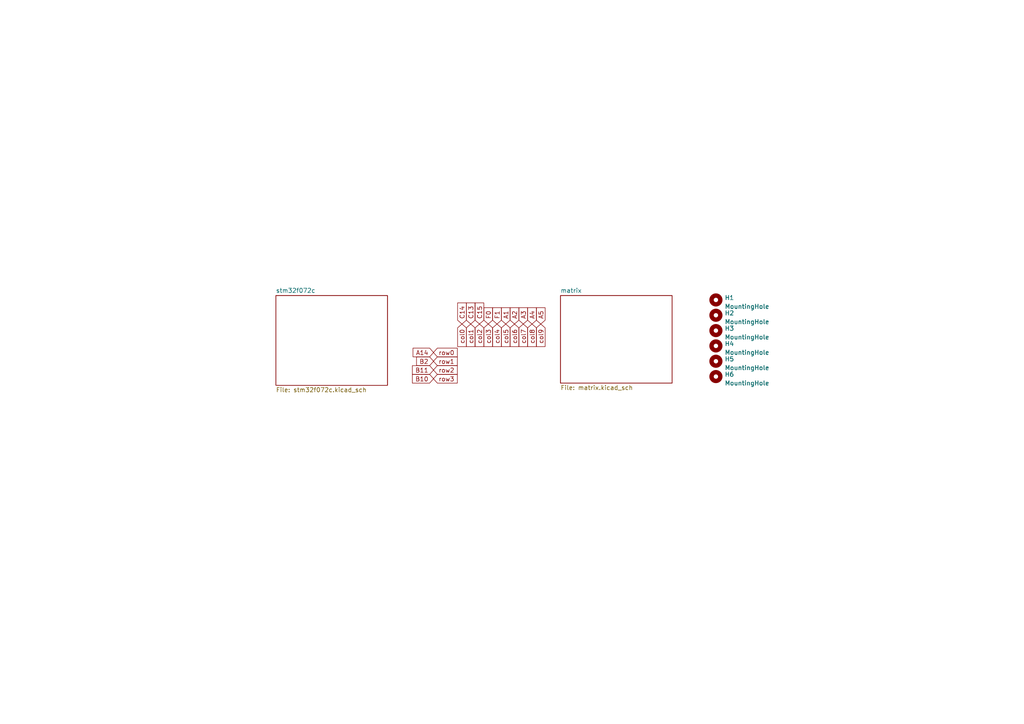
<source format=kicad_sch>
(kicad_sch (version 20230121) (generator eeschema)

  (uuid bcf08c00-9729-48c6-a1d1-fd61a92f814c)

  (paper "A4")

  (lib_symbols
    (symbol "Mechanical:MountingHole" (pin_names (offset 1.016)) (in_bom yes) (on_board yes)
      (property "Reference" "H" (at 0 5.08 0)
        (effects (font (size 1.27 1.27)))
      )
      (property "Value" "MountingHole" (at 0 3.175 0)
        (effects (font (size 1.27 1.27)))
      )
      (property "Footprint" "" (at 0 0 0)
        (effects (font (size 1.27 1.27)) hide)
      )
      (property "Datasheet" "~" (at 0 0 0)
        (effects (font (size 1.27 1.27)) hide)
      )
      (property "ki_keywords" "mounting hole" (at 0 0 0)
        (effects (font (size 1.27 1.27)) hide)
      )
      (property "ki_description" "Mounting Hole without connection" (at 0 0 0)
        (effects (font (size 1.27 1.27)) hide)
      )
      (property "ki_fp_filters" "MountingHole*" (at 0 0 0)
        (effects (font (size 1.27 1.27)) hide)
      )
      (symbol "MountingHole_0_1"
        (circle (center 0 0) (radius 1.27)
          (stroke (width 1.27) (type default))
          (fill (type none))
        )
      )
    )
  )


  (global_label "row3" (shape input) (at 125.73 109.855 0) (fields_autoplaced)
    (effects (font (size 1.27 1.27)) (justify left))
    (uuid 017ca916-2fc5-4808-ba24-df5618fbd40e)
    (property "Intersheetrefs" "${INTERSHEET_REFS}" (at 133.1904 109.855 0)
      (effects (font (size 1.27 1.27)) (justify left) hide)
    )
  )
  (global_label "col0" (shape input) (at 133.985 93.98 270) (fields_autoplaced)
    (effects (font (size 1.27 1.27)) (justify right))
    (uuid 07b6bdc9-f13b-4412-b29c-13e041520dc6)
    (property "Intersheetrefs" "${INTERSHEET_REFS}" (at 133.985 101.0775 90)
      (effects (font (size 1.27 1.27)) (justify right) hide)
    )
  )
  (global_label "B11" (shape input) (at 125.73 107.315 180) (fields_autoplaced)
    (effects (font (size 1.27 1.27)) (justify right))
    (uuid 0d52a319-32d2-48d7-90ba-ee6f094d4181)
    (property "Intersheetrefs" "${INTERSHEET_REFS}" (at 119.0558 107.315 0)
      (effects (font (size 1.27 1.27)) (justify right) hide)
    )
  )
  (global_label "B2" (shape input) (at 125.73 104.775 180) (fields_autoplaced)
    (effects (font (size 1.27 1.27)) (justify right))
    (uuid 11ab6ad9-7098-4ef0-8f3c-ff538a1dde08)
    (property "Intersheetrefs" "${INTERSHEET_REFS}" (at 120.2653 104.775 0)
      (effects (font (size 1.27 1.27)) (justify right) hide)
    )
  )
  (global_label "A14" (shape input) (at 125.73 102.235 180) (fields_autoplaced)
    (effects (font (size 1.27 1.27)) (justify right))
    (uuid 18edb380-3acd-4fdb-a7b0-5aefdf6a6ca1)
    (property "Intersheetrefs" "${INTERSHEET_REFS}" (at 119.2372 102.235 0)
      (effects (font (size 1.27 1.27)) (justify right) hide)
    )
  )
  (global_label "A1" (shape input) (at 146.685 93.98 90) (fields_autoplaced)
    (effects (font (size 1.27 1.27)) (justify left))
    (uuid 2477a311-f0d5-45e6-bb50-7c14be0e3458)
    (property "Intersheetrefs" "${INTERSHEET_REFS}" (at 146.685 88.6967 90)
      (effects (font (size 1.27 1.27)) (justify left) hide)
    )
  )
  (global_label "row2" (shape input) (at 125.73 107.315 0) (fields_autoplaced)
    (effects (font (size 1.27 1.27)) (justify left))
    (uuid 415cc689-0439-4b2e-915c-867b6f414c2f)
    (property "Intersheetrefs" "${INTERSHEET_REFS}" (at 133.1904 107.315 0)
      (effects (font (size 1.27 1.27)) (justify left) hide)
    )
  )
  (global_label "C15" (shape input) (at 139.065 93.98 90) (fields_autoplaced)
    (effects (font (size 1.27 1.27)) (justify left))
    (uuid 4a1bbe15-979c-4f06-b22d-80a30a36536d)
    (property "Intersheetrefs" "${INTERSHEET_REFS}" (at 139.065 87.3058 90)
      (effects (font (size 1.27 1.27)) (justify left) hide)
    )
  )
  (global_label "row1" (shape input) (at 125.73 104.775 0) (fields_autoplaced)
    (effects (font (size 1.27 1.27)) (justify left))
    (uuid 58e780a7-5121-40d3-97c2-e536e13a5b7f)
    (property "Intersheetrefs" "${INTERSHEET_REFS}" (at 133.1904 104.775 0)
      (effects (font (size 1.27 1.27)) (justify left) hide)
    )
  )
  (global_label "col6" (shape input) (at 149.225 93.98 270) (fields_autoplaced)
    (effects (font (size 1.27 1.27)) (justify right))
    (uuid 5a536fac-da6d-46ce-aa01-df5ea0bacc9e)
    (property "Intersheetrefs" "${INTERSHEET_REFS}" (at 149.225 101.0775 90)
      (effects (font (size 1.27 1.27)) (justify right) hide)
    )
  )
  (global_label "C13" (shape input) (at 136.525 93.98 90) (fields_autoplaced)
    (effects (font (size 1.27 1.27)) (justify left))
    (uuid 5a7b144c-3c60-4d14-9fdb-f8bcd08c474d)
    (property "Intersheetrefs" "${INTERSHEET_REFS}" (at 136.525 87.3058 90)
      (effects (font (size 1.27 1.27)) (justify left) hide)
    )
  )
  (global_label "C14" (shape input) (at 133.985 93.98 90) (fields_autoplaced)
    (effects (font (size 1.27 1.27)) (justify left))
    (uuid 61d141c7-ca63-4056-aee6-5f19b16dfff0)
    (property "Intersheetrefs" "${INTERSHEET_REFS}" (at 133.985 87.3058 90)
      (effects (font (size 1.27 1.27)) (justify left) hide)
    )
  )
  (global_label "col8" (shape input) (at 154.305 93.98 270) (fields_autoplaced)
    (effects (font (size 1.27 1.27)) (justify right))
    (uuid 7a9e9514-66be-45ff-814b-1f1995bb4e25)
    (property "Intersheetrefs" "${INTERSHEET_REFS}" (at 154.305 101.0775 90)
      (effects (font (size 1.27 1.27)) (justify right) hide)
    )
  )
  (global_label "F0" (shape input) (at 141.605 93.98 90) (fields_autoplaced)
    (effects (font (size 1.27 1.27)) (justify left))
    (uuid 7dd5dc9e-8f69-4fae-af9d-0efd7a85c47b)
    (property "Intersheetrefs" "${INTERSHEET_REFS}" (at 141.605 88.6967 90)
      (effects (font (size 1.27 1.27)) (justify left) hide)
    )
  )
  (global_label "F1" (shape input) (at 144.145 93.98 90) (fields_autoplaced)
    (effects (font (size 1.27 1.27)) (justify left))
    (uuid 90eeb09b-a5d3-44b3-9d4c-8f5961067d11)
    (property "Intersheetrefs" "${INTERSHEET_REFS}" (at 144.145 88.6967 90)
      (effects (font (size 1.27 1.27)) (justify left) hide)
    )
  )
  (global_label "row0" (shape input) (at 125.73 102.235 0) (fields_autoplaced)
    (effects (font (size 1.27 1.27)) (justify left))
    (uuid 93efabdc-90a7-4d14-9e11-576adb90387f)
    (property "Intersheetrefs" "${INTERSHEET_REFS}" (at 133.1904 102.235 0)
      (effects (font (size 1.27 1.27)) (justify left) hide)
    )
  )
  (global_label "A4" (shape input) (at 154.305 93.98 90) (fields_autoplaced)
    (effects (font (size 1.27 1.27)) (justify left))
    (uuid 98986824-4e7c-4304-8809-5c378f376093)
    (property "Intersheetrefs" "${INTERSHEET_REFS}" (at 154.305 88.6967 90)
      (effects (font (size 1.27 1.27)) (justify left) hide)
    )
  )
  (global_label "col7" (shape input) (at 151.765 93.98 270) (fields_autoplaced)
    (effects (font (size 1.27 1.27)) (justify right))
    (uuid aceaf942-c302-47e4-9801-fafb8bfba8bf)
    (property "Intersheetrefs" "${INTERSHEET_REFS}" (at 151.765 101.0775 90)
      (effects (font (size 1.27 1.27)) (justify right) hide)
    )
  )
  (global_label "col1" (shape input) (at 136.525 93.98 270) (fields_autoplaced)
    (effects (font (size 1.27 1.27)) (justify right))
    (uuid bd5969e5-aedc-42b8-90e1-59a0fa8093d3)
    (property "Intersheetrefs" "${INTERSHEET_REFS}" (at 136.525 101.0775 90)
      (effects (font (size 1.27 1.27)) (justify right) hide)
    )
  )
  (global_label "A2" (shape input) (at 149.225 93.98 90) (fields_autoplaced)
    (effects (font (size 1.27 1.27)) (justify left))
    (uuid be90bbc7-0bf8-4710-8f62-b01c481ea2e7)
    (property "Intersheetrefs" "${INTERSHEET_REFS}" (at 149.225 88.6967 90)
      (effects (font (size 1.27 1.27)) (justify left) hide)
    )
  )
  (global_label "col4" (shape input) (at 144.145 93.98 270) (fields_autoplaced)
    (effects (font (size 1.27 1.27)) (justify right))
    (uuid ca506fec-2a0a-4cae-91dd-05db4debf1fb)
    (property "Intersheetrefs" "${INTERSHEET_REFS}" (at 144.145 101.0775 90)
      (effects (font (size 1.27 1.27)) (justify right) hide)
    )
  )
  (global_label "B10" (shape input) (at 125.73 109.855 180) (fields_autoplaced)
    (effects (font (size 1.27 1.27)) (justify right))
    (uuid cceb46ab-80d6-4639-b6f4-fe07d8f91a07)
    (property "Intersheetrefs" "${INTERSHEET_REFS}" (at 119.0558 109.855 0)
      (effects (font (size 1.27 1.27)) (justify right) hide)
    )
  )
  (global_label "A5" (shape input) (at 156.845 93.98 90) (fields_autoplaced)
    (effects (font (size 1.27 1.27)) (justify left))
    (uuid d01a2573-0850-4df8-b66f-558ed63fdf77)
    (property "Intersheetrefs" "${INTERSHEET_REFS}" (at 156.845 88.6967 90)
      (effects (font (size 1.27 1.27)) (justify left) hide)
    )
  )
  (global_label "col5" (shape input) (at 146.685 93.98 270) (fields_autoplaced)
    (effects (font (size 1.27 1.27)) (justify right))
    (uuid d0b66154-2eba-4b87-981d-05ea31f61cd0)
    (property "Intersheetrefs" "${INTERSHEET_REFS}" (at 146.685 101.0775 90)
      (effects (font (size 1.27 1.27)) (justify right) hide)
    )
  )
  (global_label "col9" (shape input) (at 156.845 93.98 270) (fields_autoplaced)
    (effects (font (size 1.27 1.27)) (justify right))
    (uuid dcbcdca8-5e66-44f6-a15e-a5d27c34e8ad)
    (property "Intersheetrefs" "${INTERSHEET_REFS}" (at 156.845 101.0775 90)
      (effects (font (size 1.27 1.27)) (justify right) hide)
    )
  )
  (global_label "col3" (shape input) (at 141.605 93.98 270) (fields_autoplaced)
    (effects (font (size 1.27 1.27)) (justify right))
    (uuid e8c4a5c5-70aa-414b-8257-c3313a991cca)
    (property "Intersheetrefs" "${INTERSHEET_REFS}" (at 141.605 101.0775 90)
      (effects (font (size 1.27 1.27)) (justify right) hide)
    )
  )
  (global_label "col2" (shape input) (at 139.065 93.98 270) (fields_autoplaced)
    (effects (font (size 1.27 1.27)) (justify right))
    (uuid f8b50199-611c-4165-a0f5-7d97ab8c7de2)
    (property "Intersheetrefs" "${INTERSHEET_REFS}" (at 139.065 101.0775 90)
      (effects (font (size 1.27 1.27)) (justify right) hide)
    )
  )
  (global_label "A3" (shape input) (at 151.765 93.98 90) (fields_autoplaced)
    (effects (font (size 1.27 1.27)) (justify left))
    (uuid fd4b9359-066d-4404-8597-68b9580210b5)
    (property "Intersheetrefs" "${INTERSHEET_REFS}" (at 151.765 88.6967 90)
      (effects (font (size 1.27 1.27)) (justify left) hide)
    )
  )

  (symbol (lib_id "Mechanical:MountingHole") (at 207.645 100.33 0) (unit 1)
    (in_bom yes) (on_board yes) (dnp no) (fields_autoplaced)
    (uuid 28596074-537b-4892-8c2b-6428d43c21cc)
    (property "Reference" "H4" (at 210.185 99.695 0)
      (effects (font (size 1.27 1.27)) (justify left))
    )
    (property "Value" "MountingHole" (at 210.185 102.235 0)
      (effects (font (size 1.27 1.27)) (justify left))
    )
    (property "Footprint" "chaz:MountingHole_M2_Pad_NonPTH_TopOnly" (at 207.645 100.33 0)
      (effects (font (size 1.27 1.27)) hide)
    )
    (property "Datasheet" "~" (at 207.645 100.33 0)
      (effects (font (size 1.27 1.27)) hide)
    )
    (property "LCSC" "C2916384" (at 207.645 100.33 0)
      (effects (font (size 1.27 1.27)) hide)
    )
    (instances
      (project "chaz"
        (path "/bcf08c00-9729-48c6-a1d1-fd61a92f814c"
          (reference "H4") (unit 1)
        )
      )
    )
  )

  (symbol (lib_id "Mechanical:MountingHole") (at 207.645 95.885 0) (unit 1)
    (in_bom yes) (on_board yes) (dnp no) (fields_autoplaced)
    (uuid 6d3596c8-77a4-47e0-ba04-a9e8a2d33e08)
    (property "Reference" "H3" (at 210.185 95.25 0)
      (effects (font (size 1.27 1.27)) (justify left))
    )
    (property "Value" "MountingHole" (at 210.185 97.79 0)
      (effects (font (size 1.27 1.27)) (justify left))
    )
    (property "Footprint" "chaz:MountingHole_M2_Pad_NonPTH_TopOnly" (at 207.645 95.885 0)
      (effects (font (size 1.27 1.27)) hide)
    )
    (property "Datasheet" "~" (at 207.645 95.885 0)
      (effects (font (size 1.27 1.27)) hide)
    )
    (property "LCSC" "C2916384" (at 207.645 95.885 0)
      (effects (font (size 1.27 1.27)) hide)
    )
    (instances
      (project "chaz"
        (path "/bcf08c00-9729-48c6-a1d1-fd61a92f814c"
          (reference "H3") (unit 1)
        )
      )
    )
  )

  (symbol (lib_id "Mechanical:MountingHole") (at 207.645 109.22 0) (unit 1)
    (in_bom yes) (on_board yes) (dnp no) (fields_autoplaced)
    (uuid 8a708d8e-75a9-4a56-a958-bf643596310b)
    (property "Reference" "H6" (at 210.185 108.585 0)
      (effects (font (size 1.27 1.27)) (justify left))
    )
    (property "Value" "MountingHole" (at 210.185 111.125 0)
      (effects (font (size 1.27 1.27)) (justify left))
    )
    (property "Footprint" "chaz:MountingHole_M2_Pad_NonPTH_TopOnly" (at 207.645 109.22 0)
      (effects (font (size 1.27 1.27)) hide)
    )
    (property "Datasheet" "~" (at 207.645 109.22 0)
      (effects (font (size 1.27 1.27)) hide)
    )
    (property "LCSC" "C2916384" (at 207.645 109.22 0)
      (effects (font (size 1.27 1.27)) hide)
    )
    (instances
      (project "chaz"
        (path "/bcf08c00-9729-48c6-a1d1-fd61a92f814c"
          (reference "H6") (unit 1)
        )
      )
    )
  )

  (symbol (lib_id "Mechanical:MountingHole") (at 207.645 86.995 0) (unit 1)
    (in_bom yes) (on_board yes) (dnp no) (fields_autoplaced)
    (uuid b2866aa3-9b75-44b0-a14a-3694980a9268)
    (property "Reference" "H1" (at 210.185 86.36 0)
      (effects (font (size 1.27 1.27)) (justify left))
    )
    (property "Value" "MountingHole" (at 210.185 88.9 0)
      (effects (font (size 1.27 1.27)) (justify left))
    )
    (property "Footprint" "chaz:MountingHole_M2_Pad_NonPTH_TopOnly" (at 207.645 86.995 0)
      (effects (font (size 1.27 1.27)) hide)
    )
    (property "Datasheet" "~" (at 207.645 86.995 0)
      (effects (font (size 1.27 1.27)) hide)
    )
    (property "LCSC" "C2916384" (at 207.645 86.995 0)
      (effects (font (size 1.27 1.27)) hide)
    )
    (instances
      (project "chaz"
        (path "/bcf08c00-9729-48c6-a1d1-fd61a92f814c"
          (reference "H1") (unit 1)
        )
      )
    )
  )

  (symbol (lib_id "Mechanical:MountingHole") (at 207.645 104.775 0) (unit 1)
    (in_bom yes) (on_board yes) (dnp no) (fields_autoplaced)
    (uuid b691b085-4469-4e38-b52e-0965d2c9a3d3)
    (property "Reference" "H5" (at 210.185 104.14 0)
      (effects (font (size 1.27 1.27)) (justify left))
    )
    (property "Value" "MountingHole" (at 210.185 106.68 0)
      (effects (font (size 1.27 1.27)) (justify left))
    )
    (property "Footprint" "chaz:MountingHole_M2_Pad_NonPTH_TopOnly" (at 207.645 104.775 0)
      (effects (font (size 1.27 1.27)) hide)
    )
    (property "Datasheet" "~" (at 207.645 104.775 0)
      (effects (font (size 1.27 1.27)) hide)
    )
    (property "LCSC" "C2916384" (at 207.645 104.775 0)
      (effects (font (size 1.27 1.27)) hide)
    )
    (instances
      (project "chaz"
        (path "/bcf08c00-9729-48c6-a1d1-fd61a92f814c"
          (reference "H5") (unit 1)
        )
      )
    )
  )

  (symbol (lib_id "Mechanical:MountingHole") (at 207.645 91.44 0) (unit 1)
    (in_bom yes) (on_board yes) (dnp no) (fields_autoplaced)
    (uuid e256e6e5-2835-4335-a8ed-b92e2ea43fe9)
    (property "Reference" "H2" (at 210.185 90.805 0)
      (effects (font (size 1.27 1.27)) (justify left))
    )
    (property "Value" "MountingHole" (at 210.185 93.345 0)
      (effects (font (size 1.27 1.27)) (justify left))
    )
    (property "Footprint" "chaz:MountingHole_M2_Pad_NonPTH_TopOnly" (at 207.645 91.44 0)
      (effects (font (size 1.27 1.27)) hide)
    )
    (property "Datasheet" "~" (at 207.645 91.44 0)
      (effects (font (size 1.27 1.27)) hide)
    )
    (property "LCSC" "C2916384" (at 207.645 91.44 0)
      (effects (font (size 1.27 1.27)) hide)
    )
    (instances
      (project "chaz"
        (path "/bcf08c00-9729-48c6-a1d1-fd61a92f814c"
          (reference "H2") (unit 1)
        )
      )
    )
  )

  (sheet (at 162.56 85.725) (size 32.385 25.4) (fields_autoplaced)
    (stroke (width 0.1524) (type solid))
    (fill (color 0 0 0 0.0000))
    (uuid 05931c95-a9e7-464b-bc2a-a1adbf6ee993)
    (property "Sheetname" "matrix" (at 162.56 85.0134 0)
      (effects (font (size 1.27 1.27)) (justify left bottom))
    )
    (property "Sheetfile" "matrix.kicad_sch" (at 162.56 111.7096 0)
      (effects (font (size 1.27 1.27)) (justify left top))
    )
    (instances
      (project "chaz"
        (path "/bcf08c00-9729-48c6-a1d1-fd61a92f814c" (page "3"))
      )
    )
  )

  (sheet (at 80.01 85.725) (size 32.385 26.035) (fields_autoplaced)
    (stroke (width 0.1524) (type solid))
    (fill (color 0 0 0 0.0000))
    (uuid 0f7076f1-c633-49c1-93eb-f9c6ca57e375)
    (property "Sheetname" "stm32f072c" (at 80.01 85.0134 0)
      (effects (font (size 1.27 1.27)) (justify left bottom))
    )
    (property "Sheetfile" "stm32f072c.kicad_sch" (at 80.01 112.3446 0)
      (effects (font (size 1.27 1.27)) (justify left top))
    )
    (instances
      (project "chaz"
        (path "/bcf08c00-9729-48c6-a1d1-fd61a92f814c" (page "4"))
      )
    )
  )

  (sheet_instances
    (path "/" (page "1"))
  )
)

</source>
